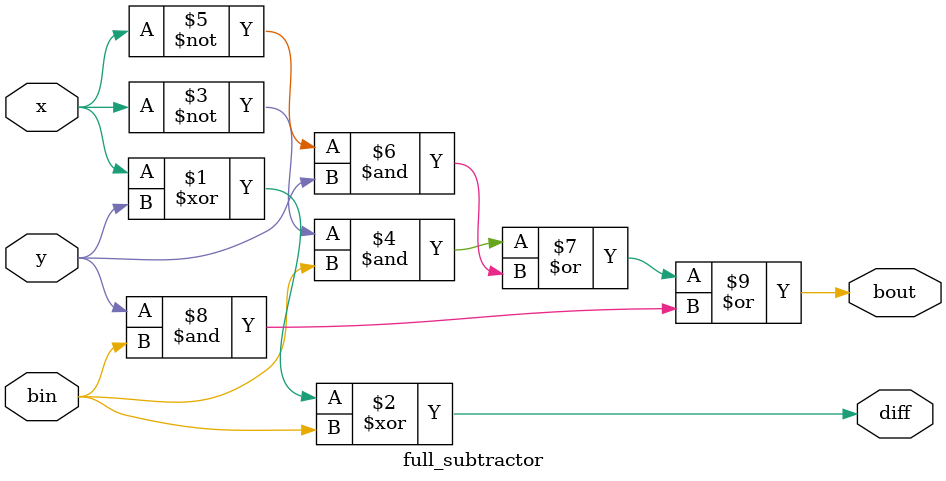
<source format=v>
`timescale 1ns / 1ps


module full_subtractor(
    input x,y,bin,
    output diff,bout
    );
    assign diff = x^y^bin;
    assign bout = (~x&bin)|(~x&y)|(y&bin);
endmodule

</source>
